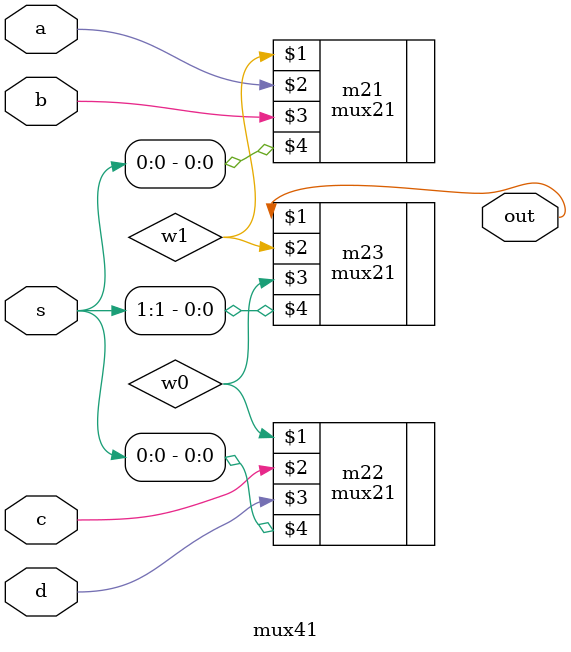
<source format=v>
`timescale 1ns / 1ps
module mux41(out, s, a, b, c, d);
output out;
input a, b, c, d;
input [1:0] s;
wire w1, w0;

mux21 m21 (w1, a, b, s[0]);
mux21 m22 (w0, c, d, s[0]);
mux21 m23 (out, w1, w0, s[1]);



endmodule

</source>
